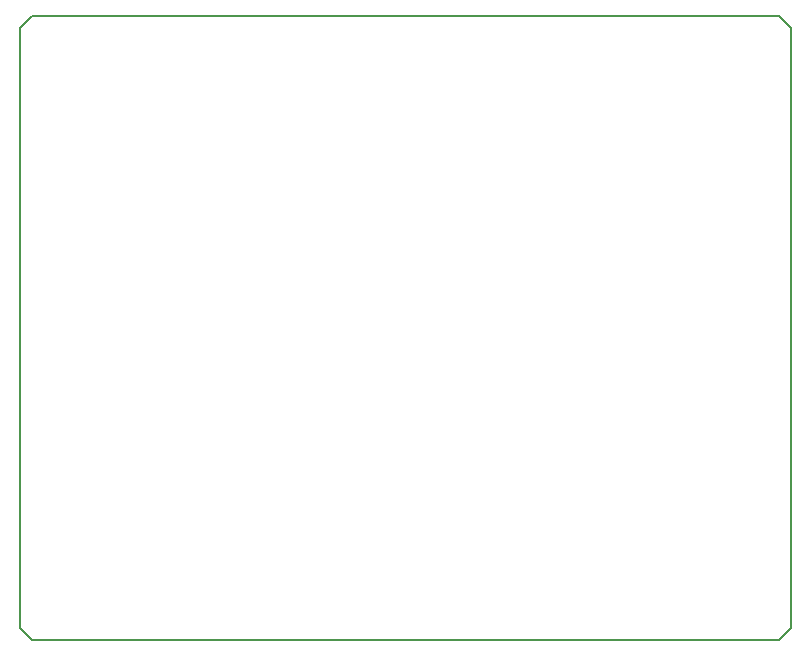
<source format=gbr>
G04 #@! TF.GenerationSoftware,KiCad,Pcbnew,5.0.0-fee4fd1~66~ubuntu16.04.1*
G04 #@! TF.CreationDate,2018-08-14T17:57:09-07:00*
G04 #@! TF.ProjectId,powerstep01-breakout,706F7765727374657030312D62726561,rev?*
G04 #@! TF.SameCoordinates,Original*
G04 #@! TF.FileFunction,Profile,NP*
%FSLAX46Y46*%
G04 Gerber Fmt 4.6, Leading zero omitted, Abs format (unit mm)*
G04 Created by KiCad (PCBNEW 5.0.0-fee4fd1~66~ubuntu16.04.1) date Tue Aug 14 17:57:09 2018*
%MOMM*%
%LPD*%
G01*
G04 APERTURE LIST*
%ADD10C,0.150000*%
G04 APERTURE END LIST*
D10*
X98806000Y-59944000D02*
X162052000Y-59944000D01*
X97790000Y-111760000D02*
X98806000Y-112776000D01*
X97790000Y-111760000D02*
X97790000Y-60960000D01*
X162052000Y-112776000D02*
X98806000Y-112776000D01*
X162052000Y-112776000D02*
X163068000Y-111760000D01*
X163068000Y-60960000D02*
X163068000Y-111760000D01*
X162052000Y-59944000D02*
X163068000Y-60960000D01*
X97790000Y-60960000D02*
X98806000Y-59944000D01*
M02*

</source>
